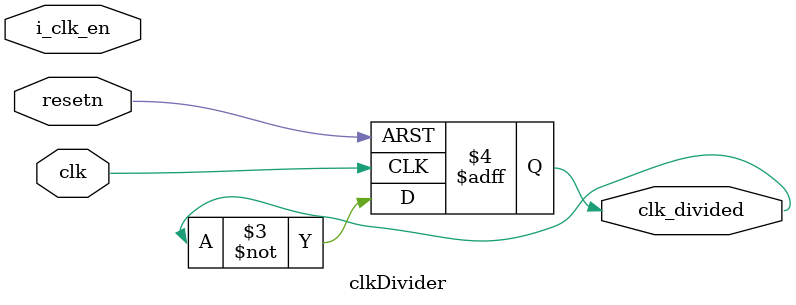
<source format=v>
module clkDivider (
	
	input clk,
	input resetn,
	input i_clk_en,           // Clock and reset and enable inputs
	
	output reg clk_divided
);

	always @(negedge resetn or posedge clk)	// At every positive edge of the clock
		begin
			if  (~resetn)
				clk_divided <= 1'b0;		 // 
			else
				clk_divided <= ~clk_divided;         //
		end


endmodule // counter
</source>
